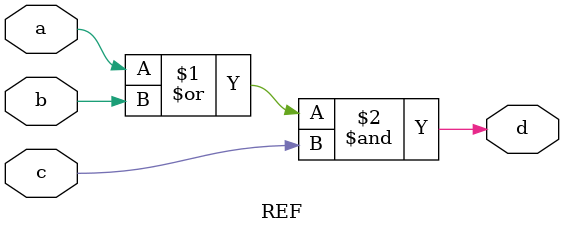
<source format=v>
module REF(
    input a,
    input b,
    input c,
    output d
);

assign d =  (a | b) & c;

endmodule

</source>
